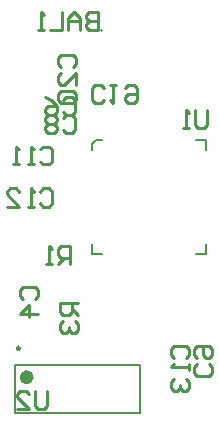
<source format=gbo>
%FSAX42Y42*%
%MOMM*%
G71*
G01*
G75*
G04 Layer_Color=32896*
%ADD10R,1.10X1.00*%
%ADD11R,0.87X0.87*%
%ADD12R,1.00X1.10*%
%ADD13R,3.40X2.15*%
%ADD14R,1.05X2.15*%
%ADD15R,1.05X2.15*%
%ADD16R,1.70X1.25*%
%ADD17R,1.52X1.52*%
%ADD18P,1.65X8X202.5*%
%ADD19R,1.52X1.52*%
%ADD20P,1.65X8X292.5*%
%ADD21R,0.50X2.10*%
%ADD22C,0.25*%
%ADD23C,1.50*%
%ADD24R,1.50X1.50*%
%ADD25C,2.50*%
%ADD26C,1.52*%
%ADD27C,1.40*%
%ADD28P,1.52X8X112.5*%
%ADD29C,3.00*%
%ADD30C,1.65*%
%ADD31C,1.27*%
%ADD32O,0.80X0.28*%
%ADD33O,0.28X0.80*%
%ADD34R,7.65X7.65*%
%ADD35O,0.40X2.10*%
%ADD36R,0.80X0.35*%
%ADD37C,0.20*%
%ADD38C,0.25*%
%ADD39C,0.60*%
D22*
X002843Y003486D02*
X002741Y003588D01*
Y003613D01*
X002766Y003638D01*
X002817D01*
X002843Y003613D01*
X002893Y003638D02*
Y003511D01*
X002919Y003486D01*
X002970D01*
X002995Y003511D01*
Y003638D01*
X002843Y003486D02*
X002741D01*
X003102Y004155D02*
X003127Y004130D01*
X003153D01*
X003178Y004155D01*
Y004181D01*
Y004155D01*
X003204Y004130D01*
X003229D01*
X003254Y004155D01*
Y004206D01*
X003229Y004231D01*
X003254Y004282D02*
X003204Y004333D01*
Y004384D02*
Y004308D01*
X003178Y004282D01*
X003127D01*
X003102Y004308D01*
Y004384D01*
X003254D01*
X003127Y004231D02*
X003102Y004206D01*
Y004155D01*
X002917Y004445D02*
X002892Y004420D01*
X002917Y004445D02*
Y004496D01*
X002892Y004521D01*
X002790D01*
X002765Y004496D01*
Y004445D01*
X002790Y004420D01*
X002765Y004293D02*
X002841Y004369D01*
Y004267D01*
X002917Y004293D02*
X002765D01*
X003090Y004714D02*
X003141Y004765D01*
X003116D02*
X003192D01*
Y004714D02*
Y004867D01*
X003116D01*
X003090Y004841D01*
Y004790D01*
X003116Y004765D01*
X003039Y004841D02*
X003014Y004867D01*
Y004714D01*
X002989D01*
X003039D01*
X003033Y005230D02*
X003007Y005204D01*
X002957D01*
X002931Y005230D01*
X002880Y005204D02*
X002830D01*
X002855D01*
Y005357D01*
X002880Y005331D01*
X002931D02*
X002957Y005357D01*
X003007D01*
X003033Y005331D01*
Y005230D01*
Y005585D02*
X003007Y005560D01*
X002957D01*
X002931Y005585D01*
X002880Y005560D02*
X002830D01*
X002855D01*
Y005712D01*
X002880Y005687D01*
X002931D02*
X002957Y005712D01*
X003007D01*
X003033Y005687D01*
Y005585D01*
X003053Y005827D02*
X003079Y005853D01*
Y005878D01*
X003053Y005904D01*
X003079Y005929D01*
Y005954D01*
X003053Y005980D01*
X003002D01*
X002977Y005954D01*
Y005929D01*
X003002Y005904D01*
X002977Y005878D01*
Y005853D01*
X003002Y005827D01*
X003053D01*
X003155D02*
X003129Y005853D01*
Y005954D02*
X003155Y005980D01*
X003205D01*
X003231Y005954D01*
Y005853D01*
X003205Y005827D01*
X003155D01*
X003400Y006083D02*
X003375Y006108D01*
Y006210D01*
X003400Y006235D01*
X003451D01*
X003477Y006210D01*
X003527Y006235D02*
X003578D01*
X003553D01*
Y006083D01*
X003527Y006108D01*
X003477D02*
X003451Y006083D01*
X003400D01*
X003680D02*
X003654Y006108D01*
Y006133D01*
X003680Y006159D01*
X003756D01*
Y006210D02*
Y006108D01*
X003730Y006083D01*
X003680D01*
X003654Y006210D02*
X003680Y006235D01*
X003730D01*
X003756Y006210D01*
X004173Y006022D02*
X004199Y005996D01*
X004173Y006022D02*
Y005869D01*
X004148D01*
X004199D01*
X004275D02*
X004249Y005895D01*
Y006022D01*
X004275Y005869D02*
X004326D01*
X004351Y005895D01*
Y006022D01*
X003450Y006702D02*
X003450D01*
X003425Y006700D02*
X003349D01*
X003323Y006725D01*
Y006751D01*
X003349Y006776D01*
X003425D01*
X003349D01*
X003323Y006802D01*
Y006827D01*
X003349Y006852D01*
X003425D01*
Y006700D01*
X003273D02*
Y006802D01*
X003222Y006852D01*
X003171Y006802D01*
Y006700D01*
Y006776D01*
X003273D01*
X003120Y006852D02*
Y006700D01*
X003019D01*
X002968D02*
X002917D01*
X002943D01*
Y006852D01*
X002968Y006827D01*
X003090Y006462D02*
X003116Y006488D01*
X003217D01*
X003242Y006462D01*
Y006411D01*
X003217Y006386D01*
X003116D02*
X003090Y006411D01*
Y006462D01*
Y006310D02*
X003116Y006335D01*
X003090Y006310D02*
Y006259D01*
X003116Y006234D01*
X003141D01*
X003242Y006335D01*
Y006234D01*
Y006157D02*
X003217Y006183D01*
X003116D01*
X003090Y006157D01*
Y006107D01*
X003116Y006081D01*
X003217D01*
X003242Y006107D01*
Y006157D01*
X003205Y006132D02*
X003231Y006107D01*
Y006005D01*
X003205Y005980D01*
X003155D01*
X003129Y006005D01*
X003079D02*
X003053Y005980D01*
X003002D01*
X002977Y006005D01*
Y006031D01*
X003002Y006056D01*
X003079D01*
Y006005D01*
Y006056D02*
X003028Y006107D01*
X002977Y006132D01*
X003002Y005904D02*
X003053D01*
X003129Y006107D02*
X003155Y006132D01*
X003205D01*
X002728Y005712D02*
X002753Y005687D01*
X002728Y005712D02*
Y005560D01*
X002703D01*
X002753D01*
X002728Y005357D02*
X002753Y005331D01*
X002652D02*
X002677Y005357D01*
X002728D01*
X002652Y005331D02*
Y005306D01*
X002753Y005204D01*
X002652D01*
X004045Y004000D02*
X004071Y004025D01*
X004172D01*
X004197Y004000D01*
Y003949D01*
X004172Y003923D01*
X004197Y003873D02*
Y003822D01*
Y003847D01*
X004045D01*
X004071Y003873D01*
Y003923D02*
X004045Y003949D01*
Y004000D01*
Y003720D02*
Y003670D01*
X004071Y003644D01*
X004096D01*
X004121Y003670D01*
Y003695D01*
Y003670D01*
X004147Y003644D01*
X004172D01*
X004197Y003670D01*
Y003720D01*
X004172Y003746D01*
X004071D02*
X004045Y003720D01*
X004265Y003772D02*
X004240Y003798D01*
Y003849D01*
X004265Y003874D01*
Y003925D02*
X004240Y003950D01*
Y004001D01*
X004265Y004026D01*
X004367D01*
X004392Y004001D01*
Y003950D01*
X004367Y003925D01*
X004342D01*
X004316Y003950D01*
Y004026D01*
X004265Y003772D02*
X004367D01*
X004392Y003798D01*
Y003849D01*
X004367Y003874D01*
D37*
X002721Y003458D02*
Y003858D01*
X003781D01*
Y003458D01*
X002721D01*
X003377Y004805D02*
Y004884D01*
Y004805D02*
X003456D01*
X004258D02*
X004337D01*
Y004884D01*
Y005686D02*
Y005765D01*
X004258D01*
X003456D02*
X003407D01*
X003377Y005735D01*
Y005686D01*
D38*
X002764Y004003D02*
G03*
X002764Y004003I-000012J000000D01*
G01*
D39*
X002851Y003758D02*
G03*
X002851Y003758I-000030J000000D01*
G01*
M02*

</source>
